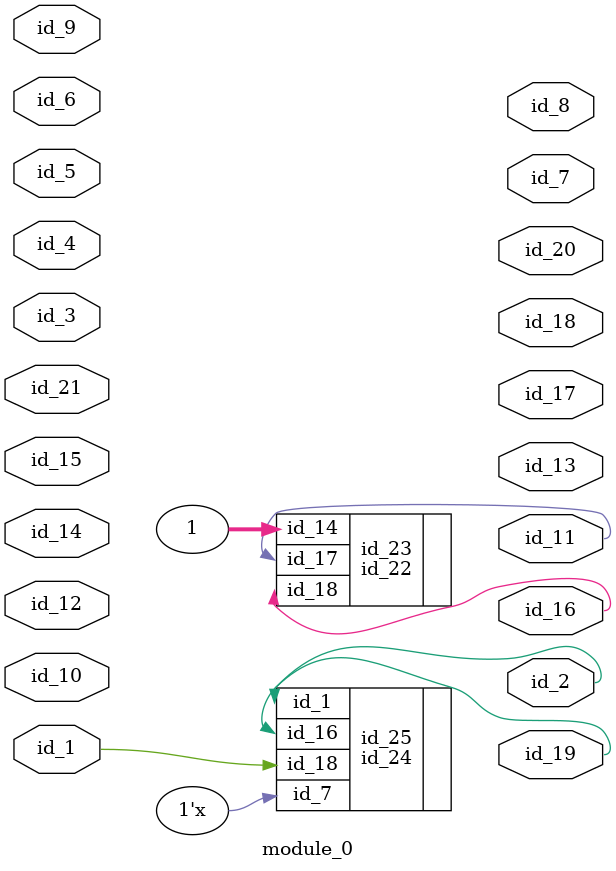
<source format=v>
`timescale 1ps / 1 ps
module module_0 (
    id_1,
    id_2,
    id_3,
    id_4,
    id_5,
    id_6,
    id_7,
    id_8,
    id_9,
    id_10,
    id_11,
    id_12,
    id_13,
    id_14,
    id_15,
    id_16,
    id_17,
    id_18,
    id_19,
    id_20,
    id_21
);
  input id_21;
  output id_20;
  output id_19;
  output id_18;
  output id_17;
  output id_16;
  input id_15;
  input id_14;
  output id_13;
  input id_12;
  output id_11;
  input id_10;
  input id_9;
  output id_8;
  output id_7;
  input id_6;
  input id_5;
  input id_4;
  input id_3;
  output id_2;
  input id_1;
  id_22 id_23 (
      .id_14(1),
      .id_17(id_11),
      .id_18(id_16)
  );
  id_24 id_25 (
      .id_16(id_19),
      .id_7 (id_19[1]),
      .id_1 (id_2),
      .id_18(id_1)
  );
endmodule

</source>
